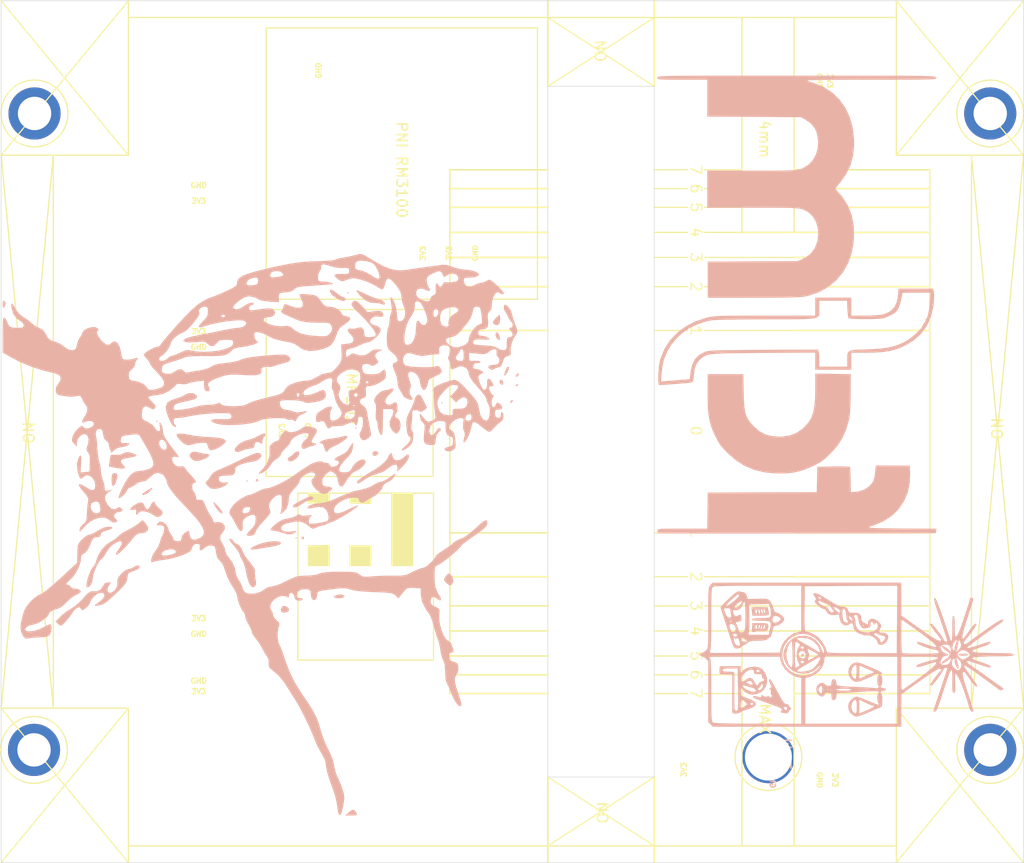
<source format=kicad_pcb>
(kicad_pcb (version 20171130) (host pcbnew "(5.1.2)-2")
  (layers (0 F.Cu signal) (31 B.Cu signal) (34 B.Paste user) (35 F.Paste user) (36 B.SilkS user) (37 F.SilkS user) (38 B.Mask user) (39 F.Mask user) (44 Edge.Cuts user))
  (net 0 "")
  (net 1 GND)
  (net 2 "Net-(C2-Pad2)")
  (module Connectors:1pin (layer F.Cu) (at 112.6 105.8)
    (fp_text reference REF** hide)
    (fp_text value 1pin)
    (pad 1 thru_hole circle (at 0 0) (size 5 5) (drill 4.5) (layers *.Cu *.Mask))
  )
  (module L86:chuncho2 (layer B.Cu) (at 64.6 73.3 90)
    (fp_text reference G*** hide)
    (fp_text value LOGO hide)
  )
  (module L86:FCFM (layer B.Cu) (at 116.9 72.5 90)
    (fp_text reference G*** hide)
    (fp_text value LOGO hide)
  )
  (module Connectors:1pin (layer F.Cu) (at 42.21 105.11)
    (fp_text reference REF** hide)
    (fp_text value 1pin)
    (pad 1 thru_hole circle (at 0 0) (size 5 5) (drill 3.2) (layers *.Cu *.Mask))
  )
  (module Connectors:1pin (layer F.Cu) (at 42.26 44.11)
    (fp_text reference REF** hide)
    (fp_text value 1pin)
    (pad 1 thru_hole circle (at 0 0) (size 5 5) (drill 3.2) (layers *.Cu *.Mask))
  )
  (module Connectors:1pin (layer F.Cu) (at 133.86 105.11)
    (fp_text reference REF** hide)
    (fp_text value 1pin)
    (pad 1 thru_hole circle (at 0 0) (size 5 5) (drill 3.2) (layers *.Cu *.Mask))
  )
  (module Connectors:1pin (layer F.Cu) (at 133.86 44.11)
    (fp_text reference REF** hide)
    (fp_text value 1pin)
    (pad 1 thru_hole circle (at 0 0) (size 5 5) (drill 3.2) (layers *.Cu *.Mask))
  )
  (module Jumper:SolderJumper-2_P1.3mm_Open_Pad1.0x1.5mm (layer B.Cu) (at 112.5 105.5 90)
    (fp_text reference MK1 (at 0 1.8 -90) (layer B.SilkS) (effects (justify mirror)))
    (fp_text value Microphone_Condenser)
    (pad 2 smd rect (at 0.65 0 90) (size 1 1.5) (layers B.Cu B.Mask) (net 2 "Net-(C2-Pad2)"))
    (pad 1 smd rect (at -0.65 0 90) (size 1 1.5) (layers B.Cu B.Mask) (net 1 GND))
  )
  (gr_text 3V3 (at 118.5 41 270) (layer F.SilkS) (effects (font (size 0.5 0.5) (thickness 0.125))))
  (gr_text 3V3 (at 119 108 270) (layer F.SilkS) (effects (font (size 0.5 0.5) (thickness 0.125))))
  (gr_text 3V3 (at 104.5 107 90) (layer F.SilkS) (effects (font (size 0.5 0.5) (thickness 0.125))))
  (gr_text 3V3 (at 66 74.5 90) (layer F.SilkS) (effects (font (size 0.5 0.5) (thickness 0.125))))
  (gr_text 3V3 (at 79.5 57.5 90) (layer F.SilkS) (effects (font (size 0.5 0.5) (thickness 0.125))))
  (gr_text 3V3 (at 82 57.5 90) (layer F.SilkS) (effects (font (size 0.5 0.5) (thickness 0.125))))
  (gr_text 3V3 (at 58 52.5) (layer F.SilkS) (effects (font (size 0.5 0.5) (thickness 0.125))))
  (gr_text 3V3 (at 58 65) (layer F.SilkS) (effects (font (size 0.5 0.5) (thickness 0.125))))
  (gr_text 3V3 (at 58 92.5) (layer F.SilkS) (effects (font (size 0.5 0.5) (thickness 0.125))))
  (gr_text 3V3 (at 58 99.5) (layer F.SilkS) (effects (font (size 0.5 0.5) (thickness 0.125))))
  (gr_text GND (at 113 108 270) (layer B.SilkS) (effects (font (size 0.5 0.5) (thickness 0.125)) (justify mirror)))
  (gr_text GND (at 68.5 74.5 90) (layer F.SilkS) (effects (font (size 0.5 0.5) (thickness 0.125))))
  (gr_text GND (at 117.5 108 270) (layer F.SilkS) (effects (font (size 0.5 0.5) (thickness 0.125))))
  (gr_text GND (at 117.5 41 270) (layer F.SilkS) (effects (font (size 0.5 0.5) (thickness 0.125))))
  (gr_text GND (at 84.5 57.5 90) (layer F.SilkS) (effects (font (size 0.5 0.5) (thickness 0.125))))
  (gr_text GND (at 69.5 40 90) (layer F.SilkS) (effects (font (size 0.5 0.5) (thickness 0.125))))
  (gr_text GND (at 58 51) (layer F.SilkS) (effects (font (size 0.5 0.5) (thickness 0.125))))
  (gr_text GND (at 58 66.5) (layer F.SilkS) (effects (font (size 0.5 0.5) (thickness 0.125))))
  (gr_text GND (at 58 94) (layer F.SilkS) (effects (font (size 0.5 0.5) (thickness 0.125))))
  (gr_text GND (at 58 98.5) (layer F.SilkS) (effects (font (size 0.5 0.5) (thickness 0.125))))
  (gr_poly (pts (xy 76.5 87.45) (xy 78.5 87.45) (xy 78.5 80.5) (xy 76.5 80.5)) (layer F.SilkS) (width 0.1))
  (gr_poly (pts (xy 72.5 81.45) (xy 72.5 80.5) (xy 74.5 80.5) (xy 74.5 81.5)) (layer F.SilkS) (width 0.1))
  (gr_poly (pts (xy 70.5 81.45) (xy 70.5 80.5) (xy 68.5 80.5) (xy 68.5 81.45)) (layer F.SilkS) (width 0.1))
  (gr_poly (pts (xy 70.5 85.5) (xy 70.5 87.45) (xy 68.5 87.45) (xy 68.5 85.55)) (layer F.SilkS) (width 0.1))
  (gr_poly (pts (xy 74.5 85.55) (xy 74.5 87.45) (xy 72.5 87.45) (xy 72.5 85.5) (xy 72.5 85.55)) (layer F.SilkS) (width 0.1))
  (gr_line (start 68.5 89.5) (end 67.5 89.5) (layer F.SilkS) (width 0.12))
  (gr_line (start 72.5 89.5) (end 70.5 89.5) (layer F.SilkS) (width 0.12))
  (gr_line (start 76.5 89.5) (end 74.5 89.5) (layer F.SilkS) (width 0.12))
  (gr_line (start 80.5 89.5) (end 78.5 89.5) (layer F.SilkS) (width 0.12))
  (gr_line (start 80.5 80.5) (end 80.5 89.5) (layer F.SilkS) (width 0.12))
  (gr_line (start 67.5 80.5) (end 80.5 80.5) (layer F.SilkS) (width 0.12))
  (gr_line (start 67.5 96.5) (end 67.5 80.5) (layer F.SilkS) (width 0.12))
  (gr_line (start 80.5 96.5) (end 67.5 96.5) (layer F.SilkS) (width 0.12))
  (gr_line (start 80.5 89.5) (end 80.5 96.5) (layer F.SilkS) (width 0.12))
  (gr_text "TMP102\n" (at 72.66 71.1 270) (layer F.SilkS) (effects (font (size 1 1))))
  (gr_line (start 80.46 78.9) (end 64.46 78.9) (layer F.SilkS) (width 0.12))
  (gr_line (start 64.46 62.9) (end 64.46 78.9) (layer F.SilkS) (width 0.12))
  (gr_line (start 80.46 62.9) (end 80.46 78.9) (layer F.SilkS) (width 0.12))
  (gr_line (start 80.46 62.9) (end 64.46 62.9) (layer F.SilkS) (width 0.12))
  (gr_line (start 64.46 35.91) (end 64.46 61.91) (layer F.SilkS) (width 0.12))
  (gr_line (start 90.46 35.91) (end 64.46 35.91) (layer F.SilkS) (width 0.12))
  (gr_line (start 90.46 61.91) (end 64.46 61.91) (layer F.SilkS) (width 0.12))
  (gr_line (start 90.46 60.91) (end 90.46 61.91) (layer F.SilkS) (width 0.12))
  (gr_line (start 90.46 35.91) (end 90.46 60.91) (layer F.SilkS) (width 0.12))
  (gr_text "PNI RM3100\n" (at 77.46 49.51 270) (layer F.SilkS) (effects (font (size 1 1))))
  (gr_line (start 51.26 34.91) (end 124.86 34.91) (layer F.SilkS) (width 0.12))
  (gr_line (start 51.26 114.31) (end 124.86 114.31) (layer F.SilkS) (width 0.12))
  (gr_line (start 132.06 48.1) (end 132.06 101.11) (layer F.SilkS) (width 0.12))
  (gr_line (start 137.06 101.11) (end 132.06 48.1) (layer F.SilkS) (width 0.12))
  (gr_line (start 137.06 48.11) (end 132.06 101.11) (layer F.SilkS) (width 0.12))
  (gr_line (start 44.06 101.11) (end 44.06 48.11) (layer F.SilkS) (width 0.12))
  (gr_line (start 39.06 48.11) (end 44.06 101.11) (layer F.SilkS) (width 0.12))
  (gr_line (start 39.06 101.11) (end 44.06 48.11) (layer F.SilkS) (width 0.12))
  (gr_line (start 137.06 48.11) (end 124.86 33.31) (layer F.SilkS) (width 0.12))
  (gr_line (start 137.06 33.31) (end 124.86 48.11) (layer F.SilkS) (width 0.12))
  (gr_line (start 137.06 101.11) (end 124.86 115.9) (layer F.SilkS) (width 0.12))
  (gr_line (start 137.06 115.91) (end 124.86 101.11) (layer F.SilkS) (width 0.12))
  (gr_line (start 51.26 115.91) (end 39.06 101.11) (layer F.SilkS) (width 0.12))
  (gr_line (start 39.06 115.91) (end 51.26 101.11) (layer F.SilkS) (width 0.12))
  (gr_line (start 39.06 48.11) (end 51.26 33.31) (layer F.SilkS) (width 0.12))
  (gr_line (start 51.26 48.11) (end 39.06 33.31) (layer F.SilkS) (width 0.12))
  (gr_line (start 51.26 101.11) (end 39.06 101.11) (layer F.SilkS) (width 0.12))
  (gr_line (start 51.26 115.91) (end 51.26 101.11) (layer F.SilkS) (width 0.12))
  (gr_line (start 124.86 101.11) (end 137.06 101.11) (layer F.SilkS) (width 0.12))
  (gr_line (start 124.86 115.9) (end 124.86 101.11) (layer F.SilkS) (width 0.12))
  (gr_line (start 124.86 48.11) (end 137.06 48.11) (layer F.SilkS) (width 0.12))
  (gr_line (start 124.86 33.31) (end 124.86 48.11) (layer F.SilkS) (width 0.12))
  (gr_line (start 51.26 48.11) (end 39.06 48.11) (layer F.SilkS) (width 0.12))
  (gr_line (start 51.26 33.31) (end 51.26 48.11) (layer F.SilkS) (width 0.12))
  (gr_line (start 137.06 115.91) (end 39.06 115.91) (layer Edge.Cuts) (width 0.05))
  (gr_line (start 82.06 84.31) (end 91.46 84.31) (layer F.SilkS) (width 0.15))
  (gr_line (start 115.06 84.31) (end 128.06 84.31) (layer F.SilkS) (width 0.15))
  (gr_line (start 82.06 99.71) (end 91.46 99.71) (layer F.SilkS) (width 0.15))
  (gr_line (start 115.06 49.51) (end 128.06 49.51) (layer F.SilkS) (width 0.15))
  (gr_line (start 137.06 33.31) (end 137.06 115.91) (layer Edge.Cuts) (width 0.05))
  (gr_line (start 82.06 64.91) (end 91.46 64.91) (layer F.SilkS) (width 0.15))
  (gr_line (start 115.06 99.71) (end 128.06 99.71) (layer F.SilkS) (width 0.15))
  (gr_line (start 82.06 49.51) (end 91.46 49.51) (layer F.SilkS) (width 0.15))
  (gr_line (start 137.06 33.31) (end 39.06 33.31) (layer Edge.Cuts) (width 0.05))
  (gr_line (start 101.66 107.71) (end 101.66 115.91) (layer F.SilkS) (width 0.15))
  (gr_line (start 91.46 41.51) (end 91.46 33.31) (layer F.SilkS) (width 0.15))
  (gr_line (start 115.06 64.91) (end 128.06 64.91) (layer F.SilkS) (width 0.15))
  (gr_line (start 39.06 115.91) (end 39.06 33.31) (layer Edge.Cuts) (width 0.05))
  (gr_line (start 101.66 41.51) (end 101.66 33.31) (layer F.SilkS) (width 0.15))
  (gr_line (start 91.46 107.71) (end 91.46 115.91) (layer F.SilkS) (width 0.15))
  (gr_line (start 101.66 99.71) (end 104.86 99.71) (layer F.SilkS) (width 0.12))
  (gr_line (start 110.06 88.51) (end 115.06 88.51) (layer F.SilkS) (width 0.12))
  (gr_line (start 115.06 55.51) (end 115.06 34.91) (layer F.SilkS) (width 0.12))
  (gr_line (start 110.06 55.51) (end 110.06 34.91) (layer F.SilkS) (width 0.12))
  (gr_line (start 110.06 93.71) (end 110.06 114.31) (layer F.SilkS) (width 0.12))
  (gr_line (start 101.66 41.51) (end 91.46 34.91) (layer F.SilkS) (width 0.12))
  (gr_line (start 91.46 41.51) (end 101.66 34.91) (layer F.SilkS) (width 0.12))
  (gr_line (start 91.46 107.71) (end 101.66 114.31) (layer F.SilkS) (width 0.12))
  (gr_line (start 101.66 107.71) (end 91.46 114.31) (layer F.SilkS) (width 0.12))
  (gr_line (start 115.06 93.71) (end 115.06 114.31) (layer F.SilkS) (width 0.12))
  (gr_line (start 110.06 64.91) (end 115.06 64.91) (layer F.SilkS) (width 0.12))
  (gr_line (start 110.06 60.71) (end 115.06 60.71) (layer F.SilkS) (width 0.12))
  (gr_line (start 110.06 57.91) (end 115.06 57.91) (layer F.SilkS) (width 0.12))
  (gr_line (start 110.06 84.31) (end 115.06 84.31) (layer F.SilkS) (width 0.12))
  (gr_line (start 110.06 93.71) (end 106.46 93.71) (layer F.SilkS) (width 0.12))
  (gr_line (start 110.06 99.71) (end 106.46 99.71) (layer F.SilkS) (width 0.12))
  (gr_line (start 110.06 97.91) (end 106.46 97.91) (layer F.SilkS) (width 0.12))
  (gr_line (start 110.06 96.11) (end 106.46 96.11) (layer F.SilkS) (width 0.12))
  (gr_line (start 101.66 96.11) (end 104.86 96.11) (layer F.SilkS) (width 0.12))
  (gr_line (start 110.06 91.31) (end 115.06 91.31) (layer F.SilkS) (width 0.12))
  (gr_line (start 101.66 97.91) (end 104.86 97.91) (layer F.SilkS) (width 0.12))
  (gr_text "MAX 4mm\n" (at 112.26 104.31 270) (layer F.SilkS) (effects (font (size 1 1))))
  (gr_text 2 (at 105.66 60.71 270) (layer F.SilkS) (effects (font (size 1 1))))
  (gr_text 2 (at 105.66 88.51 270) (layer F.SilkS) (effects (font (size 1 1))))
  (gr_text 0 (at 105.66 74.51 270) (layer F.SilkS) (effects (font (size 1 1))))
  (gr_text NO (at 41.66 74.71 270) (layer F.SilkS) (effects (font (size 1 1))))
  (gr_text 6 (at 105.66 51.31 270) (layer F.SilkS) (effects (font (size 1 1))))
  (gr_text 1 (at 105.66 64.91 270) (layer F.SilkS) (effects (font (size 1 1))))
  (gr_text 5 (at 105.66 96.11 270) (layer F.SilkS) (effects (font (size 1 1))))
  (gr_text "MAX 4mm\n" (at 112.26 44.71 270) (layer F.SilkS) (effects (font (size 1 1))))
  (gr_text 7 (at 105.66 99.71 270) (layer F.SilkS) (effects (font (size 1 1))))
  (gr_text 1 (at 105.66 84.31 270) (layer F.SilkS) (effects (font (size 1 1))))
  (gr_text NO (at 96.66 111.11 270) (layer F.SilkS) (effects (font (size 1 1))))
  (gr_text NO (at 96.46 38.11 270) (layer F.SilkS) (effects (font (size 1 1))))
  (gr_text 4 (at 105.66 93.71 270) (layer F.SilkS) (effects (font (size 1 1))))
  (gr_text 6 (at 105.66 97.91 270) (layer F.SilkS) (effects (font (size 1 1))))
  (gr_text 4 (at 105.66 55.51 270) (layer F.SilkS) (effects (font (size 1 1))))
  (gr_text 7 (at 105.66 49.51 270) (layer F.SilkS) (effects (font (size 1 1))))
  (gr_text 3 (at 105.66 57.91 270) (layer F.SilkS) (effects (font (size 1 1))))
  (gr_text NO (at 134.46 74.31 270) (layer F.SilkS) (effects (font (size 1 1))))
  (gr_text 5 (at 105.66 53.11 270) (layer F.SilkS) (effects (font (size 1 1))))
  (gr_text 3 (at 105.66 91.31 270) (layer F.SilkS) (effects (font (size 1 1))))
  (gr_line (start 101.66 41.51) (end 101.66 107.71) (layer Edge.Cuts) (width 0.05))
  (gr_line (start 91.46 41.51) (end 101.66 41.51) (layer Edge.Cuts) (width 0.05))
  (gr_line (start 91.46 107.71) (end 91.46 41.51) (layer Edge.Cuts) (width 0.05))
  (gr_line (start 101.66 107.71) (end 91.46 107.71) (layer Edge.Cuts) (width 0.05))
  (gr_line (start 82.06 97.91) (end 91.46 97.91) (layer F.SilkS) (width 0.15))
  (gr_line (start 110.06 49.51) (end 106.46 49.51) (layer F.SilkS) (width 0.12))
  (gr_line (start 101.66 93.71) (end 104.86 93.71) (layer F.SilkS) (width 0.12))
  (gr_line (start 101.66 64.91) (end 104.86 64.91) (layer F.SilkS) (width 0.12))
  (gr_line (start 101.66 51.31) (end 104.86 51.31) (layer F.SilkS) (width 0.12))
  (gr_line (start 106.46 53.11) (end 110.06 53.11) (layer F.SilkS) (width 0.12))
  (gr_line (start 110.06 60.71) (end 106.46 60.71) (layer F.SilkS) (width 0.12))
  (gr_line (start 104.86 57.91) (end 101.66 57.91) (layer F.SilkS) (width 0.12))
  (gr_line (start 110.06 84.31) (end 106.46 84.31) (layer F.SilkS) (width 0.12))
  (gr_line (start 106.46 55.51) (end 110.06 55.51) (layer F.SilkS) (width 0.12))
  (gr_line (start 115.06 93.71) (end 128.06 93.71) (layer F.SilkS) (width 0.15))
  (gr_line (start 82.06 91.31) (end 91.46 91.31) (layer F.SilkS) (width 0.15))
  (gr_line (start 115.06 55.51) (end 128.06 55.51) (layer F.SilkS) (width 0.15))
  (gr_line (start 115.06 53.11) (end 128.06 53.11) (layer F.SilkS) (width 0.15))
  (gr_line (start 115.06 93.71) (end 110.06 93.71) (layer F.SilkS) (width 0.15))
  (gr_line (start 82.06 99.71) (end 82.06 49.51) (layer F.SilkS) (width 0.15))
  (gr_line (start 110.06 57.91) (end 106.46 57.91) (layer F.SilkS) (width 0.12))
  (gr_line (start 101.66 49.51) (end 104.86 49.51) (layer F.SilkS) (width 0.12))
  (gr_line (start 106.46 51.31) (end 110.06 51.31) (layer F.SilkS) (width 0.12))
  (gr_line (start 104.86 55.51) (end 101.66 55.51) (layer F.SilkS) (width 0.12))
  (gr_line (start 110.06 64.91) (end 106.46 64.91) (layer F.SilkS) (width 0.12))
  (gr_line (start 110.06 91.31) (end 106.46 91.31) (layer F.SilkS) (width 0.12))
  (gr_line (start 104.86 53.11) (end 101.66 53.11) (layer F.SilkS) (width 0.12))
  (gr_line (start 110.06 88.51) (end 106.46 88.51) (layer F.SilkS) (width 0.12))
  (gr_line (start 101.66 60.71) (end 104.86 60.71) (layer F.SilkS) (width 0.12))
  (gr_line (start 101.66 91.31) (end 104.86 91.31) (layer F.SilkS) (width 0.12))
  (gr_line (start 101.66 84.31) (end 104.86 84.31) (layer F.SilkS) (width 0.12))
  (gr_line (start 115.06 91.31) (end 128.06 91.31) (layer F.SilkS) (width 0.15))
  (gr_line (start 82.06 60.71) (end 91.46 60.71) (layer F.SilkS) (width 0.15))
  (gr_line (start 82.06 57.91) (end 91.46 57.91) (layer F.SilkS) (width 0.15))
  (gr_line (start 82.06 55.51) (end 91.46 55.51) (layer F.SilkS) (width 0.15))
  (gr_line (start 115.06 97.91) (end 128.06 97.91) (layer F.SilkS) (width 0.15))
  (gr_line (start 101.66 88.51) (end 104.86 88.51) (layer F.SilkS) (width 0.12))
  (gr_line (start 82.06 88.51) (end 91.46 88.51) (layer F.SilkS) (width 0.15))
  (gr_line (start 115.06 88.51) (end 128.06 88.51) (layer F.SilkS) (width 0.15))
  (gr_line (start 115.06 60.71) (end 128.06 60.71) (layer F.SilkS) (width 0.15))
  (gr_line (start 115.06 57.91) (end 128.06 57.91) (layer F.SilkS) (width 0.15))
  (gr_line (start 82.06 93.71) (end 91.46 93.71) (layer F.SilkS) (width 0.15))
  (gr_line (start 115.06 55.51) (end 110.06 55.51) (layer F.SilkS) (width 0.15))
  (gr_line (start 115.06 96.11) (end 128.06 96.11) (layer F.SilkS) (width 0.15))
  (gr_line (start 115.06 51.31) (end 128.06 51.31) (layer F.SilkS) (width 0.15))
  (gr_line (start 91.46 96.11) (end 82.06 96.11) (layer F.SilkS) (width 0.15))
  (gr_line (start 82.06 53.11) (end 91.46 53.11) (layer F.SilkS) (width 0.15))
  (gr_line (start 82.06 51.31) (end 91.46 51.31) (layer F.SilkS) (width 0.15))
  (gr_line (start 128.06 49.51) (end 128.06 99.71) (layer F.SilkS) (width 0.15))
)
</source>
